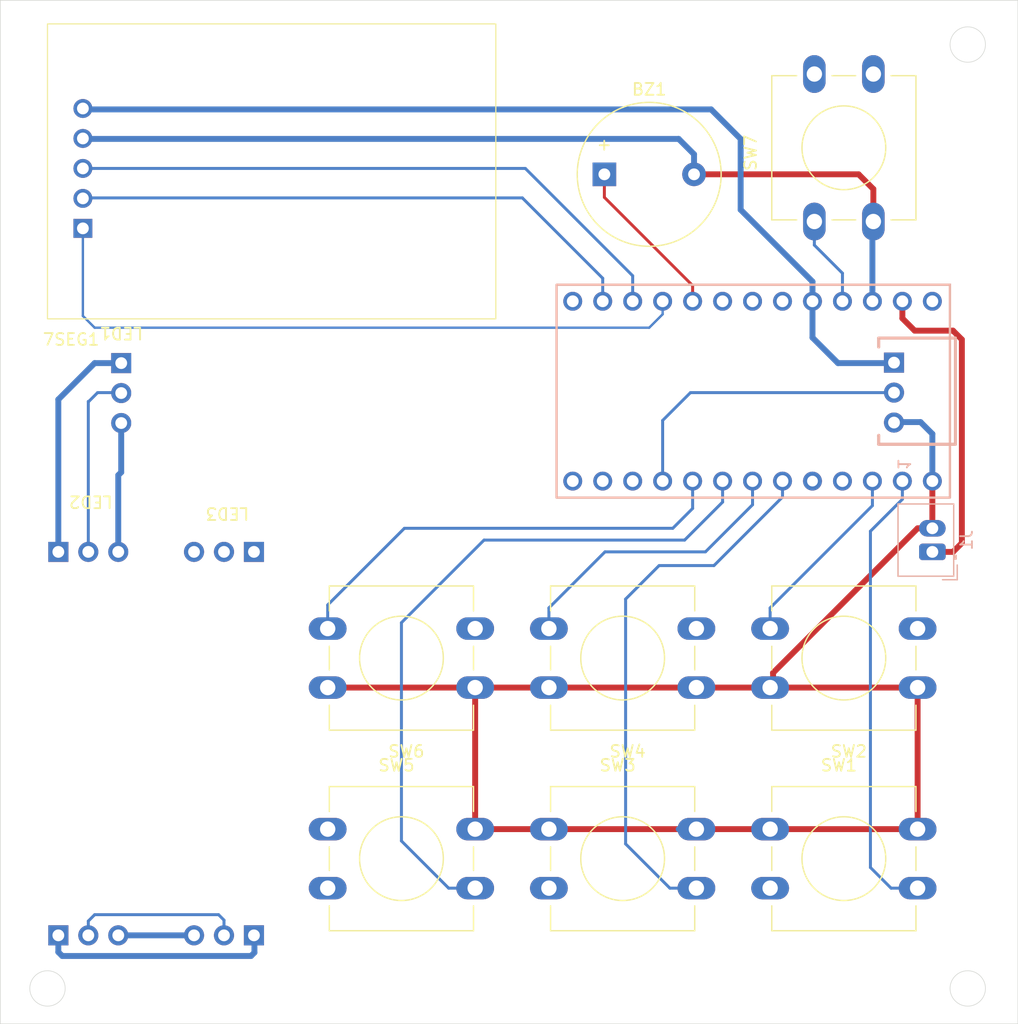
<source format=kicad_pcb>
(kicad_pcb (version 20241229) (generator "pcbnew") (generator_version "9.0")
  (layers (0 "F.Cu" signal) (2 "B.Cu" signal) (13 "F.Paste" user) (15 "B.Paste" user) (5 "F.SilkS" user "F.Silkscreen") (7 "B.SilkS" user "B.Silkscreen") (1 "F.Mask" user) (3 "B.Mask" user) (25 "Edge.Cuts" user))
  (net 0 "")
  (net 1 "BAT")
  (net 2 "GND")
  (net 3 "3V3")
  (net 4 "LED")
  (net 5 "BUT_1")
  (net 6 "BUT_2")
  (net 7 "BUT_3")
  (net 8 "BUT_4")
  (net 9 "BUT_5")
  (net 10 "BUT_6")
  (net 11 "unconnected-(U1-P0.09-LF-Pad24)")
  (net 12 "BUZ")
  (net 13 "DIG_CLK")
  (net 15 "Net-(LED1-DATA-Pad5)")
  (net 16 "Net-(LED1-3V3-Pad4)")
  (net 18 "DIG_DATA")
  (net 22 "DIG_LATCH")
  (net 23 "Net-(LED1-GND-Pad6)")
  (net 26 "Net-(U1-RST)")
  (net 27 "Net-(LED2-3V3-Pad4)")
  (net 28 "Net-(LED2-DATA-Pad5)")
  (net 29 "Net-(LED2-GND-Pad6)")
  (footprint "mastermind:7seg" (layer "F.Cu") (at 94.5 68)
    (property "Reference" "7SEG1" (at -7.5 18 0) (layer "F.SilkS"))
    (property "Value" "~" (hide yes))
    (fp_rect (start -9.5 -8.75) (end 28.5 16.25) (stroke (width 0.1)) (fill no) (layer "F.SilkS"))
    (pad "1" thru_hole rect (at -6.5 8.58 180) (size 1.6 1.6) (drill 1) (layers "*.Cu" "*.Mask") (net 22 "DIG_LATCH"))
    (pad "2" thru_hole oval (at -6.5 6.04 180) (size 1.6 1.6) (drill 1) (layers "*.Cu" "*.Mask") (net 13 "DIG_CLK"))
    (pad "3" thru_hole oval (at -6.5 3.5 180) (size 1.6 1.6) (drill 1) (layers "*.Cu" "*.Mask") (net 18 "DIG_DATA"))
    (pad "4" thru_hole oval (at -6.5 0.96 180) (size 1.6 1.6) (drill 1) (layers "*.Cu" "*.Mask") (net 2 "GND"))
    (pad "5" thru_hole oval (at -6.5 -1.58 180) (size 1.6 1.6) (drill 1) (layers "*.Cu" "*.Mask") (net 3 "3V3"))
  )
  (footprint "mastermind:SW_PUSH-12mm" (layer "F.Cu") (at 108.75 127.5)
    (property "Reference" "SW5" (at 5.83 -5.41 0) (layer "F.SilkS"))
    (property "Value" "SW_Push")
    (fp_line (start 0.14 -3.61) (end 0.14 -1.5) (stroke (width 0.12)) (layer "F.SilkS"))
    (fp_line (start 0.14 -3.61) (end 12.36 -3.61) (stroke (width 0.12)) (layer "F.SilkS"))
    (fp_line (start 0.14 1.5) (end 0.14 3.5) (stroke (width 0.12)) (layer "F.SilkS"))
    (fp_line (start 0.14 6.5) (end 0.14 8.61) (stroke (width 0.12)) (layer "F.SilkS"))
    (fp_line (start 12.36 -3.61) (end 12.36 -1.5) (stroke (width 0.12)) (layer "F.SilkS"))
    (fp_line (start 12.36 1.5) (end 12.36 3.5) (stroke (width 0.12)) (layer "F.SilkS"))
    (fp_line (start 12.36 6.5) (end 12.36 8.61) (stroke (width 0.12)) (layer "F.SilkS"))
    (fp_line (start 12.36 8.61) (end 0.14 8.61) (stroke (width 0.12)) (layer "F.SilkS"))
    (fp_circle (center 6.25 2.5) (end 9.8 2.5) (stroke (width 0.12)) (fill no) (layer "F.SilkS"))
    (pad "1" thru_hole oval (at 0 0) (size 3.2 1.9) (drill 1.3) (layers "*.Cu" "*.Mask") (net 2 "GND"))
    (pad "1" thru_hole oval (at 12.5 0) (size 3.2 1.9) (drill 1.3) (layers "*.Cu" "*.Mask") (net 2 "GND"))
    (pad "2" thru_hole oval (at 0 5) (size 3.2 1.9) (drill 1.3) (layers "*.Cu" "*.Mask") (net 9 "BUT_5"))
    (pad "2" thru_hole oval (at 12.5 5) (size 3.2 1.9) (drill 1.3) (layers "*.Cu" "*.Mask") (net 9 "BUT_5"))
  )
  (footprint "Buzzer_Beeper:Buzzer_12x9.5RM7.6" (layer "F.Cu") (at 132.2 72)
    (property "Reference" "BZ1" (at 3.8 -7.2 0) (layer "F.SilkS"))
    (property "Value" "Buzzer")
    (fp_circle (center 3.8 0) (end 9.9 0) (stroke (width 0.12)) (fill no) (layer "F.SilkS"))
    (fp_text user "+" (at -0.01 -2.54 0) (layer "F.SilkS"))
    (pad "1" thru_hole rect (at 0 0) (size 2 2) (drill 1) (layers "*.Cu" "*.Mask") (net 12 "BUZ"))
    (pad "2" thru_hole circle (at 7.6 0) (size 2 2) (drill 1) (layers "*.Cu" "*.Mask") (net 2 "GND"))
  )
  (footprint "mastermind:SW_PUSH-12mm" (layer "F.Cu") (at 158.75 115.5 180)
    (property "Reference" "SW2" (at 5.83 -5.41 180) (layer "F.SilkS"))
    (property "Value" "SW_Push")
    (fp_line (start 12.36 8.61) (end 0.14 8.61) (stroke (width 0.12)) (layer "F.SilkS"))
    (fp_line (start 12.36 6.5) (end 12.36 8.61) (stroke (width 0.12)) (layer "F.SilkS"))
    (fp_line (start 12.36 1.5) (end 12.36 3.5) (stroke (width 0.12)) (layer "F.SilkS"))
    (fp_line (start 12.36 -3.61) (end 12.36 -1.5) (stroke (width 0.12)) (layer "F.SilkS"))
    (fp_line (start 0.14 6.5) (end 0.14 8.61) (stroke (width 0.12)) (layer "F.SilkS"))
    (fp_line (start 0.14 1.5) (end 0.14 3.5) (stroke (width 0.12)) (layer "F.SilkS"))
    (fp_line (start 0.14 -3.61) (end 12.36 -3.61) (stroke (width 0.12)) (layer "F.SilkS"))
    (fp_line (start 0.14 -3.61) (end 0.14 -1.5) (stroke (width 0.12)) (layer "F.SilkS"))
    (fp_circle (center 6.25 2.5) (end 9.8 2.5) (stroke (width 0.12)) (fill no) (layer "F.SilkS"))
    (pad "1" thru_hole oval (at 0 0 180) (size 3.2 1.9) (drill 1.3) (layers "*.Cu" "*.Mask") (net 2 "GND"))
    (pad "1" thru_hole oval (at 12.5 0 180) (size 3.2 1.9) (drill 1.3) (layers "*.Cu" "*.Mask") (net 2 "GND"))
    (pad "2" thru_hole oval (at 0 5 180) (size 3.2 1.9) (drill 1.3) (layers "*.Cu" "*.Mask") (net 6 "BUT_2"))
    (pad "2" thru_hole oval (at 12.5 5 180) (size 3.2 1.9) (drill 1.3) (layers "*.Cu" "*.Mask") (net 6 "BUT_2"))
  )
  (footprint "mastermind:LED Strip 2 LED" (layer "F.Cu") (at 88.17 111.25 90)
    (property "Reference" "LED2" (at 11.5 0.5 180) (layer "F.SilkS"))
    (property "Value" "~" (hide yes))
    (pad "1" thru_hole rect (at 7.25 -2.25 90) (size 1.7 1.7) (drill 1) (layers "*.Cu" "*.Mask") (net 16 "Net-(LED1-3V3-Pad4)"))
    (pad "2" thru_hole circle (at 7.25 0.29 90) (size 1.7 1.7) (drill 1) (layers "*.Cu" "*.Mask") (net 15 "Net-(LED1-DATA-Pad5)"))
    (pad "3" thru_hole circle (at 7.25 2.83 90) (size 1.7 1.7) (drill 1) (layers "*.Cu" "*.Mask") (net 23 "Net-(LED1-GND-Pad6)"))
    (pad "4" thru_hole rect (at -25.25 -2.25 90) (size 1.7 1.7) (drill 1) (layers "*.Cu" "*.Mask") (net 27 "Net-(LED2-3V3-Pad4)"))
    (pad "5" thru_hole circle (at -25.25 0.29 90) (size 1.7 1.7) (drill 1) (layers "*.Cu" "*.Mask") (net 28 "Net-(LED2-DATA-Pad5)"))
    (pad "6" thru_hole circle (at -25.25 2.83 90) (size 1.7 1.7) (drill 1) (layers "*.Cu" "*.Mask") (net 29 "Net-(LED2-GND-Pad6)"))
  )
  (footprint "mastermind:SW_PUSH-12mm" (layer "F.Cu") (at 140 115.5 180)
    (property "Reference" "SW4" (at 5.83 -5.41 180) (layer "F.SilkS"))
    (property "Value" "SW_Push")
    (fp_line (start 12.36 8.61) (end 0.14 8.61) (stroke (width 0.12)) (layer "F.SilkS"))
    (fp_line (start 12.36 6.5) (end 12.36 8.61) (stroke (width 0.12)) (layer "F.SilkS"))
    (fp_line (start 12.36 1.5) (end 12.36 3.5) (stroke (width 0.12)) (layer "F.SilkS"))
    (fp_line (start 12.36 -3.61) (end 12.36 -1.5) (stroke (width 0.12)) (layer "F.SilkS"))
    (fp_line (start 0.14 6.5) (end 0.14 8.61) (stroke (width 0.12)) (layer "F.SilkS"))
    (fp_line (start 0.14 1.5) (end 0.14 3.5) (stroke (width 0.12)) (layer "F.SilkS"))
    (fp_line (start 0.14 -3.61) (end 12.36 -3.61) (stroke (width 0.12)) (layer "F.SilkS"))
    (fp_line (start 0.14 -3.61) (end 0.14 -1.5) (stroke (width 0.12)) (layer "F.SilkS"))
    (fp_circle (center 6.25 2.5) (end 9.8 2.5) (stroke (width 0.12)) (fill no) (layer "F.SilkS"))
    (pad "1" thru_hole oval (at 0 0 180) (size 3.2 1.9) (drill 1.3) (layers "*.Cu" "*.Mask") (net 2 "GND"))
    (pad "1" thru_hole oval (at 12.5 0 180) (size 3.2 1.9) (drill 1.3) (layers "*.Cu" "*.Mask") (net 2 "GND"))
    (pad "2" thru_hole oval (at 0 5 180) (size 3.2 1.9) (drill 1.3) (layers "*.Cu" "*.Mask") (net 8 "BUT_4"))
    (pad "2" thru_hole oval (at 12.5 5 180) (size 3.2 1.9) (drill 1.3) (layers "*.Cu" "*.Mask") (net 8 "BUT_4"))
  )
  (footprint "mastermind:SW_PUSH-12mm" (layer "F.Cu") (at 121.25 115.5 180)
    (property "Reference" "SW6" (at 5.83 -5.41 180) (layer "F.SilkS"))
    (property "Value" "SW_Push")
    (fp_line (start 12.36 8.61) (end 0.14 8.61) (stroke (width 0.12)) (layer "F.SilkS"))
    (fp_line (start 12.36 6.5) (end 12.36 8.61) (stroke (width 0.12)) (layer "F.SilkS"))
    (fp_line (start 12.36 1.5) (end 12.36 3.5) (stroke (width 0.12)) (layer "F.SilkS"))
    (fp_line (start 12.36 -3.61) (end 12.36 -1.5) (stroke (width 0.12)) (layer "F.SilkS"))
    (fp_line (start 0.14 6.5) (end 0.14 8.61) (stroke (width 0.12)) (layer "F.SilkS"))
    (fp_line (start 0.14 1.5) (end 0.14 3.5) (stroke (width 0.12)) (layer "F.SilkS"))
    (fp_line (start 0.14 -3.61) (end 12.36 -3.61) (stroke (width 0.12)) (layer "F.SilkS"))
    (fp_line (start 0.14 -3.61) (end 0.14 -1.5) (stroke (width 0.12)) (layer "F.SilkS"))
    (fp_circle (center 6.25 2.5) (end 9.8 2.5) (stroke (width 0.12)) (fill no) (layer "F.SilkS"))
    (pad "1" thru_hole oval (at 0 0 180) (size 3.2 1.9) (drill 1.3) (layers "*.Cu" "*.Mask") (net 2 "GND"))
    (pad "1" thru_hole oval (at 12.5 0 180) (size 3.2 1.9) (drill 1.3) (layers "*.Cu" "*.Mask") (net 2 "GND"))
    (pad "2" thru_hole oval (at 0 5 180) (size 3.2 1.9) (drill 1.3) (layers "*.Cu" "*.Mask") (net 10 "BUT_6"))
    (pad "2" thru_hole oval (at 12.5 5 180) (size 3.2 1.9) (drill 1.3) (layers "*.Cu" "*.Mask") (net 10 "BUT_6"))
  )
  (footprint "mastermind:SW_PUSH-12mm" (layer "F.Cu") (at 127.5 127.5)
    (property "Reference" "SW3" (at 5.83 -5.41 0) (layer "F.SilkS"))
    (property "Value" "SW_Push")
    (fp_line (start 0.14 -3.61) (end 0.14 -1.5) (stroke (width 0.12)) (layer "F.SilkS"))
    (fp_line (start 0.14 -3.61) (end 12.36 -3.61) (stroke (width 0.12)) (layer "F.SilkS"))
    (fp_line (start 0.14 1.5) (end 0.14 3.5) (stroke (width 0.12)) (layer "F.SilkS"))
    (fp_line (start 0.14 6.5) (end 0.14 8.61) (stroke (width 0.12)) (layer "F.SilkS"))
    (fp_line (start 12.36 -3.61) (end 12.36 -1.5) (stroke (width 0.12)) (layer "F.SilkS"))
    (fp_line (start 12.36 1.5) (end 12.36 3.5) (stroke (width 0.12)) (layer "F.SilkS"))
    (fp_line (start 12.36 6.5) (end 12.36 8.61) (stroke (width 0.12)) (layer "F.SilkS"))
    (fp_line (start 12.36 8.61) (end 0.14 8.61) (stroke (width 0.12)) (layer "F.SilkS"))
    (fp_circle (center 6.25 2.5) (end 9.8 2.5) (stroke (width 0.12)) (fill no) (layer "F.SilkS"))
    (pad "1" thru_hole oval (at 0 0) (size 3.2 1.9) (drill 1.3) (layers "*.Cu" "*.Mask") (net 2 "GND"))
    (pad "1" thru_hole oval (at 12.5 0) (size 3.2 1.9) (drill 1.3) (layers "*.Cu" "*.Mask") (net 2 "GND"))
    (pad "2" thru_hole oval (at 0 5) (size 3.2 1.9) (drill 1.3) (layers "*.Cu" "*.Mask") (net 7 "BUT_3"))
    (pad "2" thru_hole oval (at 12.5 5) (size 3.2 1.9) (drill 1.3) (layers "*.Cu" "*.Mask") (net 7 "BUT_3"))
  )
  (footprint "mastermind:SW_PUSH-12mm" (layer "F.Cu") (at 146.25 127.5)
    (property "Reference" "SW1" (at 5.83 -5.41 0) (layer "F.SilkS"))
    (property "Value" "SW_Push")
    (fp_line (start 0.14 -3.61) (end 0.14 -1.5) (stroke (width 0.12)) (layer "F.SilkS"))
    (fp_line (start 0.14 -3.61) (end 12.36 -3.61) (stroke (width 0.12)) (layer "F.SilkS"))
    (fp_line (start 0.14 1.5) (end 0.14 3.5) (stroke (width 0.12)) (layer "F.SilkS"))
    (fp_line (start 0.14 6.5) (end 0.14 8.61) (stroke (width 0.12)) (layer "F.SilkS"))
    (fp_line (start 12.36 -3.61) (end 12.36 -1.5) (stroke (width 0.12)) (layer "F.SilkS"))
    (fp_line (start 12.36 1.5) (end 12.36 3.5) (stroke (width 0.12)) (layer "F.SilkS"))
    (fp_line (start 12.36 6.5) (end 12.36 8.61) (stroke (width 0.12)) (layer "F.SilkS"))
    (fp_line (start 12.36 8.61) (end 0.14 8.61) (stroke (width 0.12)) (layer "F.SilkS"))
    (fp_circle (center 6.25 2.5) (end 9.8 2.5) (stroke (width 0.12)) (fill no) (layer "F.SilkS"))
    (pad "1" thru_hole oval (at 0 0) (size 3.2 1.9) (drill 1.3) (layers "*.Cu" "*.Mask") (net 2 "GND"))
    (pad "1" thru_hole oval (at 12.5 0) (size 3.2 1.9) (drill 1.3) (layers "*.Cu" "*.Mask") (net 2 "GND"))
    (pad "2" thru_hole oval (at 0 5) (size 3.2 1.9) (drill 1.3) (layers "*.Cu" "*.Mask") (net 5 "BUT_1"))
    (pad "2" thru_hole oval (at 12.5 5) (size 3.2 1.9) (drill 1.3) (layers "*.Cu" "*.Mask") (net 5 "BUT_1"))
  )
  (footprint "mastermind:LED Strip 4 LED" (layer "F.Cu") (at 115.5 90.25)
    (property "Reference" "LED1" (at -24.25 -4.79 180) (layer "F.SilkS"))
    (property "Value" "~" (hide yes))
    (pad "1" thru_hole rect (at 41.25 -2.29) (size 1.7 1.7) (drill 1) (layers "*.Cu" "*.Mask") (net 3 "3V3"))
    (pad "2" thru_hole circle (at 41.25 0.25) (size 1.7 1.7) (drill 1) (layers "*.Cu" "*.Mask") (net 4 "LED"))
    (pad "3" thru_hole circle (at 41.25 2.79) (size 1.7 1.7) (drill 1) (layers "*.Cu" "*.Mask") (net 2 "GND"))
    (pad "4" thru_hole rect (at -24.25 -2.25) (size 1.7 1.7) (drill 1) (layers "*.Cu" "*.Mask") (net 16 "Net-(LED1-3V3-Pad4)"))
    (pad "5" thru_hole circle (at -24.25 0.29) (size 1.7 1.7) (drill 1) (layers "*.Cu" "*.Mask") (net 15 "Net-(LED1-DATA-Pad5)"))
    (pad "6" thru_hole circle (at -24.25 2.83) (size 1.7 1.7) (drill 1) (layers "*.Cu" "*.Mask") (net 23 "Net-(LED1-GND-Pad6)"))
  )
  (footprint "mastermind:LED Strip 2 LED" (layer "F.Cu") (at 100.25 129.25 -90)
    (property "Reference" "LED3" (at -28.5 0 180) (layer "F.SilkS"))
    (property "Value" "~" (hide yes))
    (pad "1" thru_hole rect (at 7.25 -2.25 270) (size 1.7 1.7) (drill 1) (layers "*.Cu" "*.Mask") (net 27 "Net-(LED2-3V3-Pad4)"))
    (pad "2" thru_hole circle (at 7.25 0.29 270) (size 1.7 1.7) (drill 1) (layers "*.Cu" "*.Mask") (net 28 "Net-(LED2-DATA-Pad5)"))
    (pad "3" thru_hole circle (at 7.25 2.83 270) (size 1.7 1.7) (drill 1) (layers "*.Cu" "*.Mask") (net 29 "Net-(LED2-GND-Pad6)"))
    (pad "4" thru_hole rect (at -25.25 -2.25 270) (size 1.7 1.7) (drill 1) (layers "*.Cu" "*.Mask"))
    (pad "5" thru_hole circle (at -25.25 0.29 270) (size 1.7 1.7) (drill 1) (layers "*.Cu" "*.Mask"))
    (pad "6" thru_hole circle (at -25.25 2.83 270) (size 1.7 1.7) (drill 1) (layers "*.Cu" "*.Mask"))
  )
  (footprint "mastermind:SW_PUSH-12mm" (layer "F.Cu") (at 150 76 90)
    (property "Reference" "SW7" (at 5.83 -5.41 90) (layer "F.SilkS"))
    (property "Value" "SW_RST")
    (fp_line (start 12.36 -3.61) (end 12.36 -1.5) (stroke (width 0.12)) (layer "F.SilkS"))
    (fp_line (start 0.14 -3.61) (end 12.36 -3.61) (stroke (width 0.12)) (layer "F.SilkS"))
    (fp_line (start 0.14 -3.61) (end 0.14 -1.5) (stroke (width 0.12)) (layer "F.SilkS"))
    (fp_line (start 12.36 1.5) (end 12.36 3.5) (stroke (width 0.12)) (layer "F.SilkS"))
    (fp_line (start 0.14 1.5) (end 0.14 3.5) (stroke (width 0.12)) (layer "F.SilkS"))
    (fp_line (start 12.36 6.5) (end 12.36 8.61) (stroke (width 0.12)) (layer "F.SilkS"))
    (fp_line (start 0.14 6.5) (end 0.14 8.61) (stroke (width 0.12)) (layer "F.SilkS"))
    (fp_line (start 12.36 8.61) (end 0.14 8.61) (stroke (width 0.12)) (layer "F.SilkS"))
    (fp_circle (center 6.25 2.5) (end 9.8 2.5) (stroke (width 0.12)) (fill no) (layer "F.SilkS"))
    (pad "1" thru_hole oval (at 0 0 90) (size 3.2 1.9) (drill 1.3) (layers "*.Cu" "*.Mask") (net 26 "Net-(U1-RST)"))
    (pad "1" thru_hole oval (at 12.5 0 90) (size 3.2 1.9) (drill 1.3) (layers "*.Cu" "*.Mask") (net 26 "Net-(U1-RST)"))
    (pad "2" thru_hole oval (at 0 5 90) (size 3.2 1.9) (drill 1.3) (layers "*.Cu" "*.Mask") (net 2 "GND"))
    (pad "2" thru_hole oval (at 12.5 5 90) (size 3.2 1.9) (drill 1.3) (layers "*.Cu" "*.Mask") (net 2 "GND"))
  )
  (footprint "mastermind:SuperMini NRF52840" (layer "B.Cu") (at 160 98 90)
    (property "Reference" "U1" (hide yes))
    (property "Value" "SuperMini nRF52840")
    (fp_line (start 11.36119 -4.54755) (end 12.11999 -4.54755) (stroke (width 0.254)) (layer "B.SilkS"))
    (fp_line (start 11.36119 -4.54755) (end 12.11999 -4.54755) (stroke (width 0.254)) (layer "B.SilkS"))
    (fp_line (start 3.82448 -4.54755) (end 3.87894 -4.54755) (stroke (width 0.254)) (layer "B.SilkS"))
    (fp_line (start 3.82448 -4.54755) (end 3.87894 -4.54755) (stroke (width 0.254)) (layer "B.SilkS"))
    (fp_line (start 3.11554 -4.54755) (end 3.82448 -4.54755) (stroke (width 0.254)) (layer "B.SilkS"))
    (fp_line (start 3.11554 -4.54755) (end 3.82448 -4.54755) (stroke (width 0.254)) (layer "B.SilkS"))
    (fp_line (start 12.11999 1.95244) (end 12.11999 -4.54755) (stroke (width 0.254)) (layer "B.SilkS"))
    (fp_line (start 12.11999 1.95244) (end 12.11999 -4.54755) (stroke (width 0.254)) (layer "B.SilkS"))
    (fp_line (start 3.17 1.95244) (end 12.11999 1.95244) (stroke (width 0.254)) (layer "B.SilkS"))
    (fp_line (start 3.17 1.95244) (end 12.11999 1.95244) (stroke (width 0.254)) (layer "B.SilkS"))
    (fp_line (start 3.12001 1.95244) (end 3.12001 -4.54755) (stroke (width 0.254)) (layer "B.SilkS"))
    (fp_line (start 3.12001 1.95244) (end 3.12001 -4.54755) (stroke (width 0.254)) (layer "B.SilkS"))
    (fp_line (start 3.12001 1.95244) (end 3.17 1.95244) (stroke (width 0.254)) (layer "B.SilkS"))
    (fp_line (start 3.12001 1.95244) (end 3.17 1.95244) (stroke (width 0.254)) (layer "B.SilkS"))
    (fp_rect (start 16.64246 1.488391) (end -1.402441 -31.84999) (stroke (width 0.2)) (fill no) (layer "B.SilkS"))
    (fp_text user "1" (at 0.863468 -3.007018 270) (layer "B.SilkS") (effects (justify left bottom mirror)))
    (pad "1" thru_hole circle (at 0 -2.54 180) (size 1.6 1.6) (drill 1) (layers "*.Cu" "*.Mask") (net 5 "BUT_1"))
    (pad "2" thru_hole circle (at 0 -5.08 180) (size 1.6 1.6) (drill 1) (layers "*.Cu" "*.Mask") (net 6 "BUT_2"))
    (pad "3" thru_hole circle (at 0 -7.62 180) (size 1.6 1.6) (drill 1) (layers "*.Cu" "*.Mask") (net 2 "GND"))
    (pad "4" thru_hole circle (at 0 -10.16) (size 1.6 1.6) (drill 0.9144) (layers "*.Cu" "*.Mask") (net 2 "GND"))
    (pad "5" thru_hole circle (at 0 -12.7 180) (size 1.6 1.6) (drill 1) (layers "*.Cu" "*.Mask") (net 7 "BUT_3"))
    (pad "6" thru_hole circle (at 0 -15.24 180) (size 1.6 1.6) (drill 1) (layers "*.Cu" "*.Mask") (net 8 "BUT_4"))
    (pad "7" thru_hole circle (at 0 -17.78 180) (size 1.6 1.6) (drill 1) (layers "*.Cu" "*.Mask") (net 9 "BUT_5"))
    (pad "8" thru_hole circle (at 0 -20.32 180) (size 1.6 1.6) (drill 1) (layers "*.Cu" "*.Mask") (net 10 "BUT_6"))
    (pad "9" thru_hole circle (at 0 -22.86 180) (size 1.6 1.6) (drill 1) (layers "*.Cu" "*.Mask") (net 4 "LED"))
    (pad "10" thru_hole circle (at 0 -25.4 180) (size 1.6 1.6) (drill 1) (layers "*.Cu" "*.Mask"))
    (pad "11" thru_hole circle (at 0 -27.94 180) (size 1.6 1.6) (drill 1) (layers "*.Cu" "*.Mask"))
    (pad "12" thru_hole circle (at 0 -30.48 180) (size 1.6 1.6) (drill 1) (layers "*.Cu" "*.Mask"))
    (pad "13" thru_hole circle (at 15.24001 -2.53999) (size 1.6 1.6) (drill 1) (layers "*.Cu" "*.Mask") (net 1 "BAT"))
    (pad "14" thru_hole circle (at 15.24001 -5.07999) (size 1.6 1.6) (drill 1) (layers "*.Cu" "*.Mask") (net 2 "GND"))
    (pad "15" thru_hole circle (at 15.24001 -7.61999) (size 1.6 1.6) (drill 1) (layers "*.Cu" "*.Mask") (net 26 "Net-(U1-RST)"))
    (pad "16" thru_hole circle (at 15.24001 -10.15999) (size 1.6 1.6) (drill 1) (layers "*.Cu" "*.Mask") (net 3 "3V3"))
    (pad "17" thru_hole circle (at 15.24001 -12.69999) (size 1.6 1.6) (drill 1) (layers "*.Cu" "*.Mask"))
    (pad "18" thru_hole circle (at 15.24001 -15.23999) (size 1.6 1.6) (drill 1) (layers "*.Cu" "*.Mask"))
    (pad "19" thru_hole circle (at 15.24001 -17.77999) (size 1.6 1.6) (drill 1) (layers "*.Cu" "*.Mask"))
    (pad "20" thru_hole circle (at 15.24001 -20.31999) (size 1.6 1.6) (drill 1) (layers "*.Cu" "*.Mask") (net 12 "BUZ"))
    (pad "21" thru_hole circle (at 15.24001 -22.85999) (size 1.6 1.6) (drill 1) (layers "*.Cu" "*.Mask") (net 22 "DIG_LATCH"))
    (pad "22" thru_hole circle (at 15.24001 -25.39999) (size 1.6 1.6) (drill 1) (layers "*.Cu" "*.Mask") (net 18 "DIG_DATA"))
    (pad "23" thru_hole circle (at 15.24001 -27.93999) (size 1.6 1.6) (drill 1) (layers "*.Cu" "*.Mask") (net 13 "DIG_CLK"))
    (pad "24" thru_hole circle (at 15.24001 -30.47999 180) (size 1.6 1.6) (drill 1) (layers "*.Cu" "*.Mask") (net 11 "unconnected-(U1-P0.09-LF-Pad24)"))
    (pad "28" thru_hole circle (at 0 0 180) (size 1.6 1.6) (drill 1) (layers "*.Cu" "*.Mask") (net 2 "GND"))
    (pad "29" thru_hole circle (at 15.24001 0.00001) (size 1.6 1.6) (drill 1) (layers "*.Cu" "*.Mask"))
  )
  (footprint "Connector_JST:JST_PH_B2B-PH-K_1x02_P2.00mm_Vertical" (layer "B.Cu") (at 160 104 90)
    (property "Reference" "J1" (at 1 2.9 270) (layer "B.SilkS") (effects (justify mirror)))
    (property "Value" "Battery connector")
    (fp_line (start 4.06 -2.91) (end 4.06 1.81) (stroke (width 0.12)) (layer "B.SilkS"))
    (fp_line (start -2.06 -2.91) (end 4.06 -2.91) (stroke (width 0.12)) (layer "B.SilkS"))
    (fp_line (start 4.06 1.81) (end -2.06 1.81) (stroke (width 0.12)) (layer "B.SilkS"))
    (fp_line (start -0.3 1.81) (end -0.3 2.01) (stroke (width 0.12)) (layer "B.SilkS"))
    (fp_line (start -2.06 1.81) (end -2.06 -2.91) (stroke (width 0.12)) (layer "B.SilkS"))
    (fp_line (start -0.3 1.91) (end -0.6 1.91) (stroke (width 0.12)) (layer "B.SilkS"))
    (fp_line (start -0.3 2.01) (end -0.6 2.01) (stroke (width 0.12)) (layer "B.SilkS"))
    (fp_line (start -0.6 2.01) (end -0.6 1.81) (stroke (width 0.12)) (layer "B.SilkS"))
    (fp_line (start -1.11 2.11) (end -2.36 2.11) (stroke (width 0.12)) (layer "B.SilkS"))
    (fp_line (start -2.36 2.11) (end -2.36 0.86) (stroke (width 0.12)) (layer "B.SilkS"))
    (pad "1" thru_hole roundrect (at 0 0 90) (size 1.4 2.25) (drill 1) (layers "*.Cu" "*.Mask") (roundrect_rratio 0.208333) (net 1 "BAT"))
    (pad "2" thru_hole oval (at 2 0 90) (size 1.4 2.25) (drill 1) (layers "*.Cu" "*.Mask") (net 2 "GND"))
  )
  (gr_rect (start 81 57.25) (end 167.25 144) (stroke (width 0.05)) (fill no) (layer "Edge.Cuts"))
  (gr_circle (center 163 141) (end 164.5 141) (stroke (width 0.05)) (fill no) (layer "Edge.Cuts"))
  (gr_circle (center 163 61) (end 164.5 61) (stroke (width 0.05)) (fill no) (layer "Edge.Cuts"))
  (gr_circle (center 85 141) (end 86.5 141) (stroke (width 0.05)) (fill no) (layer "Edge.Cuts"))
  (segment (start 157.46001 82.75999) (end 157.46001 84.21001) (width 0.5) (layer "F.Cu") (net 1))
  (segment (start 161.75 104) (end 160 104) (width 0.5) (layer "F.Cu") (net 1))
  (segment (start 158.5 85.25) (end 161.75 85.25) (width 0.5) (layer "F.Cu") (net 1))
  (segment (start 161.75 85.25) (end 162.5 86) (width 0.5) (layer "F.Cu") (net 1))
  (segment (start 157.46001 84.21001) (end 158.5 85.25) (width 0.5) (layer "F.Cu") (net 1))
  (segment (start 162.5 103.25) (end 161.75 104) (width 0.5) (layer "F.Cu") (net 1))
  (segment (start 162.5 86) (end 162.5 103.25) (width 0.5) (layer "F.Cu") (net 1))
  (segment (start 155 73.25) (end 155 76) (width 0.5) (layer "F.Cu") (net 2))
  (segment (start 146.25 127.5) (end 140 127.5) (width 0.5) (layer "F.Cu") (net 2))
  (segment (start 158.75 115.5) (end 158.5 115.5) (width 0.5) (layer "F.Cu") (net 2))
  (segment (start 153.75 72) (end 155 73.25) (width 0.5) (layer "F.Cu") (net 2))
  (segment (start 121.25 115.5) (end 121.25 127.5) (width 0.5) (layer "F.Cu") (net 2))
  (segment (start 158.75 115.75) (end 158.75 127.5) (width 0.5) (layer "F.Cu") (net 2))
  (segment (start 146.25 115.5) (end 158.75 115.5) (width 0.5) (layer "F.Cu") (net 2))
  (segment (start 127.5 127.5) (end 121.25 127.5) (width 0.5) (layer "F.Cu") (net 2))
  (segment (start 146.25 115.5) (end 140 115.5) (width 0.5) (layer "F.Cu") (net 2))
  (segment (start 145.75 115.25) (end 146 115.5) (width 0.5) (layer "F.Cu") (net 2))
  (segment (start 158.75 102) (end 146.5 114.25) (width 0.5) (layer "F.Cu") (net 2))
  (segment (start 139.8 72) (end 153.75 72) (width 0.5) (layer "F.Cu") (net 2))
  (segment (start 158.75 127.5) (end 146.25 127.5) (width 0.5) (layer "F.Cu") (net 2))
  (segment (start 140 127.5) (end 127.5 127.5) (width 0.5) (layer "F.Cu") (net 2))
  (segment (start 160 102) (end 158.75 102) (width 0.5) (layer "F.Cu") (net 2))
  (segment (start 158.5 115.5) (end 158.75 115.75) (width 0.5) (layer "F.Cu") (net 2))
  (segment (start 127.5 115.5) (end 121.25 115.5) (width 0.5) (layer "F.Cu") (net 2))
  (segment (start 121.25 115.5) (end 108.75 115.5) (width 0.5) (layer "F.Cu") (net 2))
  (segment (start 146.5 114.25) (end 146.5 115.25) (width 0.5) (layer "F.Cu") (net 2))
  (segment (start 160 102) (end 160 98) (width 0.5) (layer "F.Cu") (net 2))
  (segment (start 140 115.5) (end 127.5 115.5) (width 0.5) (layer "F.Cu") (net 2))
  (segment (start 155 76.09002) (end 155 76) (width 0.5) (layer "B.Cu") (net 2))
  (segment (start 88.04 69) (end 138.5 69) (width 0.5) (layer "B.Cu") (net 2))
  (segment (start 139.8 70.3) (end 139.8 72) (width 0.5) (layer "B.Cu") (net 2))
  (segment (start 156.79 93) (end 159 93) (width 0.5) (layer "B.Cu") (net 2))
  (segment (start 156.75 93.04) (end 156.79 93) (width 0.5) (layer "B.Cu") (net 2))
  (segment (start 154.92001 82.75999) (end 154.92001 76.17001) (width 0.5) (layer "B.Cu") (net 2))
  (segment (start 160 94) (end 160 98) (width 0.5) (layer "B.Cu") (net 2))
  (segment (start 154.92001 76.17001) (end 155 76.09002) (width 0.5) (layer "B.Cu") (net 2))
  (segment (start 140 127.5) (end 138.5 127.5) (width 0.5) (layer "B.Cu") (net 2))
  (segment (start 138.5 69) (end 139.8 70.3) (width 0.5) (layer "B.Cu") (net 2))
  (segment (start 88 68.96) (end 88.04 69) (width 0.5) (layer "B.Cu") (net 2))
  (segment (start 107.5 115.5) (end 108.75 115.5) (width 0.5) (layer "B.Cu") (net 2))
  (segment (start 159 93) (end 160 94) (width 0.5) (layer "B.Cu") (net 2))
  (segment (start 155 76.25) (end 155 76) (width 0.5) (layer "B.Cu") (net 2))
  (segment (start 149.84001 81.09001) (end 149.84001 82.75999) (width 0.5) (layer "B.Cu") (net 3))
  (segment (start 156.71 88) (end 152 88) (width 0.5) (layer "B.Cu") (net 3))
  (segment (start 156.75 87.96) (end 156.71 88) (width 0.5) (layer "B.Cu") (net 3))
  (segment (start 143.75 75) (end 149.84001 81.09001) (width 0.5) (layer "B.Cu") (net 3))
  (segment (start 143.75 69) (end 143.75 75) (width 0.5) (layer "B.Cu") (net 3))
  (segment (start 88.08 66.5) (end 141.25 66.5) (width 0.5) (layer "B.Cu") (net 3))
  (segment (start 149.84001 85.84001) (end 149.84001 82.75999) (width 0.5) (layer "B.Cu") (net 3))
  (segment (start 152 88) (end 149.84001 85.84001) (width 0.5) (layer "B.Cu") (net 3))
  (segment (start 141.25 66.5) (end 143.75 69) (width 0.5) (layer "B.Cu") (net 3))
  (segment (start 88 66.42) (end 88.08 66.5) (width 0.5) (layer "B.Cu") (net 3))
  (segment (start 137.14 92.86) (end 139.5 90.5) (width 0.25) (layer "B.Cu") (net 4))
  (segment (start 139.5 90.5) (end 156.75 90.5) (width 0.25) (layer "B.Cu") (net 4))
  (segment (start 137.14 98) (end 137.14 92.86) (width 0.25) (layer "B.Cu") (net 4))
  (segment (start 156.5 132.5) (end 154.75 130.75) (width 0.25) (layer "B.Cu") (net 5))
  (segment (start 154.75 102.25) (end 157.46 99.54) (width 0.25) (layer "B.Cu") (net 5))
  (segment (start 158.75 132.5) (end 156.5 132.5) (width 0.25) (layer "B.Cu") (net 5))
  (segment (start 154.75 130.75) (end 154.75 102.25) (width 0.25) (layer "B.Cu") (net 5))
  (segment (start 157.46 99.54) (end 157.46 98) (width 0.25) (layer "B.Cu") (net 5))
  (segment (start 146.25 108.75) (end 154.92 100.08) (width 0.25) (layer "B.Cu") (net 6))
  (segment (start 146.25 110.5) (end 146.25 108.75) (width 0.25) (layer "B.Cu") (net 6))
  (segment (start 145.125 109.875) (end 145.75 110.5) (width 0.25) (layer "B.Cu") (net 6))
  (segment (start 154.92 100.08) (end 154.92 98) (width 0.25) (layer "B.Cu") (net 6))
  (segment (start 145.75 110.5) (end 146.25 110.5) (width 0.25) (layer "B.Cu") (net 6))
  (segment (start 147.3 99.35) (end 141.49 105.16) (width 0.25) (layer "B.Cu") (net 7))
  (segment (start 141.49 105.16) (end 136.84 105.16) (width 0.25) (layer "B.Cu") (net 7))
  (segment (start 134 108) (end 134 128.75) (width 0.25) (layer "B.Cu") (net 7))
  (segment (start 147.3 98) (end 147.3 99.35) (width 0.25) (layer "B.Cu") (net 7))
  (segment (start 134 128.75) (end 137.75 132.5) (width 0.25) (layer "B.Cu") (net 7))
  (segment (start 136.84 105.16) (end 134 108) (width 0.25) (layer "B.Cu") (net 7))
  (segment (start 137.75 132.5) (end 140 132.5) (width 0.25) (layer "B.Cu") (net 7))
  (segment (start 144.76 100.005428) (end 140.765428 104) (width 0.25) (layer "B.Cu") (net 8))
  (segment (start 132.25 104) (end 127.5 108.75) (width 0.25) (layer "B.Cu") (net 8))
  (segment (start 144.76 98) (end 144.76 100.005428) (width 0.25) (layer "B.Cu") (net 8))
  (segment (start 127.5 108.75) (end 127.5 110.5) (width 0.25) (layer "B.Cu") (net 8))
  (segment (start 140.765428 104) (end 132.25 104) (width 0.25) (layer "B.Cu") (net 8))
  (segment (start 115 110) (end 115 128.5) (width 0.25) (layer "B.Cu") (net 9))
  (segment (start 142.22 99.78) (end 139 103) (width 0.25) (layer "B.Cu") (net 9))
  (segment (start 115 128.5) (end 119 132.5) (width 0.25) (layer "B.Cu") (net 9))
  (segment (start 139 103) (end 122 103) (width 0.25) (layer "B.Cu") (net 9))
  (segment (start 142.22 98) (end 142.22 99.78) (width 0.25) (layer "B.Cu") (net 9))
  (segment (start 122 103) (end 115 110) (width 0.25) (layer "B.Cu") (net 9))
  (segment (start 119 132.5) (end 121.25 132.5) (width 0.25) (layer "B.Cu") (net 9))
  (segment (start 108.75 108.5) (end 108.75 110.5) (width 0.25) (layer "B.Cu") (net 10))
  (segment (start 138 102) (end 115.25 102) (width 0.25) (layer "B.Cu") (net 10))
  (segment (start 139.68 100.32) (end 138 102) (width 0.25) (layer "B.Cu") (net 10))
  (segment (start 139.68 98) (end 139.68 100.32) (width 0.25) (layer "B.Cu") (net 10))
  (segment (start 115.25 102) (end 108.75 108.5) (width 0.25) (layer "B.Cu") (net 10))
  (segment (start 129.46002 82.7) (end 129.52001 82.75999) (width 0.25) (layer "B.Cu") (net 11))
  (segment (start 132.2 73.95) (end 139.68001 81.43001) (width 0.25) (layer "F.Cu") (net 12))
  (segment (start 132.2 72) (end 132.2 73.95) (width 0.25) (layer "F.Cu") (net 12))
  (segment (start 139.68001 81.43001) (end 139.68001 82.75999) (width 0.25) (layer "F.Cu") (net 12))
  (segment (start 125.25 74) (end 132.06001 80.81001) (width 0.25) (layer "B.Cu") (net 13))
  (segment (start 88.04 74) (end 125.25 74) (width 0.25) (layer "B.Cu") (net 13))
  (segment (start 132.06001 80.81001) (end 132.06001 82.75999) (width 0.25) (layer "B.Cu") (net 13))
  (segment (start 88 74.04) (end 88.04 74) (width 0.25) (layer "B.Cu") (net 13))
  (segment (start 88.46 91.25) (end 88.46 104) (width 0.25) (layer "B.Cu") (net 15))
  (segment (start 88.5 91.25) (end 88.46 91.25) (width 0.25) (layer "B.Cu") (net 15))
  (segment (start 91.21 90.5) (end 89.25 90.5) (width 0.25) (layer "B.Cu") (net 15))
  (segment (start 89.25 90.5) (end 88.5 91.25) (width 0.25) (layer "B.Cu") (net 15))
  (segment (start 91.25 90.54) (end 91.21 90.5) (width 0.25) (layer "B.Cu") (net 15))
  (segment (start 89 88) (end 91.25 88) (width 0.5) (layer "B.Cu") (net 16))
  (segment (start 85.92 104) (end 85.92 91.08) (width 0.5) (layer "B.Cu") (net 16))
  (segment (start 85.92 91.08) (end 89 88) (width 0.5) (layer "B.Cu") (net 16))
  (segment (start 125.5 71.5) (end 134.60001 80.60001) (width 0.25) (layer "B.Cu") (net 18))
  (segment (start 134.60001 80.60001) (end 134.60001 82.75999) (width 0.25) (layer "B.Cu") (net 18))
  (segment (start 88 71.5) (end 125.5 71.5) (width 0.25) (layer "B.Cu") (net 18))
  (segment (start 137.14001 83.85999) (end 137.14001 82.75999) (width 0.2) (layer "B.Cu") (net 22))
  (segment (start 136 85) (end 137.14001 83.85999) (width 0.2) (layer "B.Cu") (net 22))
  (segment (start 88 76.58) (end 88 84) (width 0.2) (layer "B.Cu") (net 22))
  (segment (start 89 85) (end 136 85) (width 0.2) (layer "B.Cu") (net 22))
  (segment (start 88 84) (end 89 85) (width 0.2) (layer "B.Cu") (net 22))
  (segment (start 91 97.5) (end 91.25 97.25) (width 0.5) (layer "B.Cu") (net 23))
  (segment (start 91.25 97.25) (end 91.25 93.08) (width 0.5) (layer "B.Cu") (net 23))
  (segment (start 91 104) (end 91 97.5) (width 0.5) (layer "B.Cu") (net 23))
  (segment (start 152.38001 80.38001) (end 150 78) (width 0.25) (layer "B.Cu") (net 26))
  (segment (start 152.38001 82.75999) (end 152.38001 80.38001) (width 0.25) (layer "B.Cu") (net 26))
  (segment (start 150 78) (end 150 76) (width 0.25) (layer "B.Cu") (net 26))
  (segment (start 102.54 136.54) (end 102.5 136.5) (width 0.5) (layer "B.Cu") (net 27))
  (segment (start 86.25 138.25) (end 102.25 138.25) (width 0.5) (layer "B.Cu") (net 27))
  (segment (start 102.54 137.96) (end 102.54 136.54) (width 0.5) (layer "B.Cu") (net 27))
  (segment (start 85.92 136.5) (end 85.92 137.92) (width 0.5) (layer "B.Cu") (net 27))
  (segment (start 85.92 137.92) (end 86.25 138.25) (width 0.5) (layer "B.Cu") (net 27))
  (segment (start 102.25 138.25) (end 102.54 137.96) (width 0.5) (layer "B.Cu") (net 27))
  (segment (start 88.46 135.29) (end 88.46 136.5) (width 0.25) (layer "B.Cu") (net 28))
  (segment (start 99.5 134.75) (end 89 134.75) (width 0.25) (layer "B.Cu") (net 28))
  (segment (start 99.96 136.5) (end 99.96 135.21) (width 0.25) (layer "B.Cu") (net 28))
  (segment (start 99.96 135.21) (end 99.5 134.75) (width 0.25) (layer "B.Cu") (net 28))
  (segment (start 89 134.75) (end 88.46 135.29) (width 0.25) (layer "B.Cu") (net 28))
  (segment (start 91 136.5) (end 97.42 136.5) (width 0.5) (layer "B.Cu") (net 29))
)
</source>
